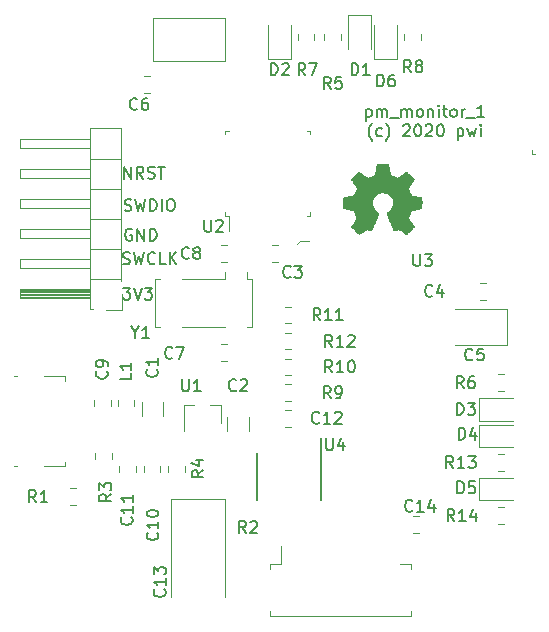
<source format=gbr>
%TF.GenerationSoftware,KiCad,Pcbnew,5.1.6-1.fc32*%
%TF.CreationDate,2020-08-22T09:30:13+02:00*%
%TF.ProjectId,pm_monitor_1,706d5f6d-6f6e-4697-946f-725f312e6b69,rev?*%
%TF.SameCoordinates,Original*%
%TF.FileFunction,Legend,Top*%
%TF.FilePolarity,Positive*%
%FSLAX46Y46*%
G04 Gerber Fmt 4.6, Leading zero omitted, Abs format (unit mm)*
G04 Created by KiCad (PCBNEW 5.1.6-1.fc32) date 2020-08-22 09:30:13*
%MOMM*%
%LPD*%
G01*
G04 APERTURE LIST*
%ADD10C,0.150000*%
%ADD11C,0.120000*%
%ADD12C,0.010000*%
%ADD13C,0.100000*%
G04 APERTURE END LIST*
D10*
X79823809Y-58560714D02*
X79823809Y-59560714D01*
X79823809Y-58608333D02*
X79919047Y-58560714D01*
X80109523Y-58560714D01*
X80204761Y-58608333D01*
X80252380Y-58655952D01*
X80300000Y-58751190D01*
X80300000Y-59036904D01*
X80252380Y-59132142D01*
X80204761Y-59179761D01*
X80109523Y-59227380D01*
X79919047Y-59227380D01*
X79823809Y-59179761D01*
X80728571Y-59227380D02*
X80728571Y-58560714D01*
X80728571Y-58655952D02*
X80776190Y-58608333D01*
X80871428Y-58560714D01*
X81014285Y-58560714D01*
X81109523Y-58608333D01*
X81157142Y-58703571D01*
X81157142Y-59227380D01*
X81157142Y-58703571D02*
X81204761Y-58608333D01*
X81300000Y-58560714D01*
X81442857Y-58560714D01*
X81538095Y-58608333D01*
X81585714Y-58703571D01*
X81585714Y-59227380D01*
X81823809Y-59322619D02*
X82585714Y-59322619D01*
X82823809Y-59227380D02*
X82823809Y-58560714D01*
X82823809Y-58655952D02*
X82871428Y-58608333D01*
X82966666Y-58560714D01*
X83109523Y-58560714D01*
X83204761Y-58608333D01*
X83252380Y-58703571D01*
X83252380Y-59227380D01*
X83252380Y-58703571D02*
X83300000Y-58608333D01*
X83395238Y-58560714D01*
X83538095Y-58560714D01*
X83633333Y-58608333D01*
X83680952Y-58703571D01*
X83680952Y-59227380D01*
X84300000Y-59227380D02*
X84204761Y-59179761D01*
X84157142Y-59132142D01*
X84109523Y-59036904D01*
X84109523Y-58751190D01*
X84157142Y-58655952D01*
X84204761Y-58608333D01*
X84300000Y-58560714D01*
X84442857Y-58560714D01*
X84538095Y-58608333D01*
X84585714Y-58655952D01*
X84633333Y-58751190D01*
X84633333Y-59036904D01*
X84585714Y-59132142D01*
X84538095Y-59179761D01*
X84442857Y-59227380D01*
X84300000Y-59227380D01*
X85061904Y-58560714D02*
X85061904Y-59227380D01*
X85061904Y-58655952D02*
X85109523Y-58608333D01*
X85204761Y-58560714D01*
X85347619Y-58560714D01*
X85442857Y-58608333D01*
X85490476Y-58703571D01*
X85490476Y-59227380D01*
X85966666Y-59227380D02*
X85966666Y-58560714D01*
X85966666Y-58227380D02*
X85919047Y-58275000D01*
X85966666Y-58322619D01*
X86014285Y-58275000D01*
X85966666Y-58227380D01*
X85966666Y-58322619D01*
X86300000Y-58560714D02*
X86680952Y-58560714D01*
X86442857Y-58227380D02*
X86442857Y-59084523D01*
X86490476Y-59179761D01*
X86585714Y-59227380D01*
X86680952Y-59227380D01*
X87157142Y-59227380D02*
X87061904Y-59179761D01*
X87014285Y-59132142D01*
X86966666Y-59036904D01*
X86966666Y-58751190D01*
X87014285Y-58655952D01*
X87061904Y-58608333D01*
X87157142Y-58560714D01*
X87300000Y-58560714D01*
X87395238Y-58608333D01*
X87442857Y-58655952D01*
X87490476Y-58751190D01*
X87490476Y-59036904D01*
X87442857Y-59132142D01*
X87395238Y-59179761D01*
X87300000Y-59227380D01*
X87157142Y-59227380D01*
X87919047Y-59227380D02*
X87919047Y-58560714D01*
X87919047Y-58751190D02*
X87966666Y-58655952D01*
X88014285Y-58608333D01*
X88109523Y-58560714D01*
X88204761Y-58560714D01*
X88300000Y-59322619D02*
X89061904Y-59322619D01*
X89823809Y-59227380D02*
X89252380Y-59227380D01*
X89538095Y-59227380D02*
X89538095Y-58227380D01*
X89442857Y-58370238D01*
X89347619Y-58465476D01*
X89252380Y-58513095D01*
X80347619Y-61258333D02*
X80300000Y-61210714D01*
X80204761Y-61067857D01*
X80157142Y-60972619D01*
X80109523Y-60829761D01*
X80061904Y-60591666D01*
X80061904Y-60401190D01*
X80109523Y-60163095D01*
X80157142Y-60020238D01*
X80204761Y-59925000D01*
X80300000Y-59782142D01*
X80347619Y-59734523D01*
X81157142Y-60829761D02*
X81061904Y-60877380D01*
X80871428Y-60877380D01*
X80776190Y-60829761D01*
X80728571Y-60782142D01*
X80680952Y-60686904D01*
X80680952Y-60401190D01*
X80728571Y-60305952D01*
X80776190Y-60258333D01*
X80871428Y-60210714D01*
X81061904Y-60210714D01*
X81157142Y-60258333D01*
X81490476Y-61258333D02*
X81538095Y-61210714D01*
X81633333Y-61067857D01*
X81680952Y-60972619D01*
X81728571Y-60829761D01*
X81776190Y-60591666D01*
X81776190Y-60401190D01*
X81728571Y-60163095D01*
X81680952Y-60020238D01*
X81633333Y-59925000D01*
X81538095Y-59782142D01*
X81490476Y-59734523D01*
X82966666Y-59972619D02*
X83014285Y-59925000D01*
X83109523Y-59877380D01*
X83347619Y-59877380D01*
X83442857Y-59925000D01*
X83490476Y-59972619D01*
X83538095Y-60067857D01*
X83538095Y-60163095D01*
X83490476Y-60305952D01*
X82919047Y-60877380D01*
X83538095Y-60877380D01*
X84157142Y-59877380D02*
X84252380Y-59877380D01*
X84347619Y-59925000D01*
X84395238Y-59972619D01*
X84442857Y-60067857D01*
X84490476Y-60258333D01*
X84490476Y-60496428D01*
X84442857Y-60686904D01*
X84395238Y-60782142D01*
X84347619Y-60829761D01*
X84252380Y-60877380D01*
X84157142Y-60877380D01*
X84061904Y-60829761D01*
X84014285Y-60782142D01*
X83966666Y-60686904D01*
X83919047Y-60496428D01*
X83919047Y-60258333D01*
X83966666Y-60067857D01*
X84014285Y-59972619D01*
X84061904Y-59925000D01*
X84157142Y-59877380D01*
X84871428Y-59972619D02*
X84919047Y-59925000D01*
X85014285Y-59877380D01*
X85252380Y-59877380D01*
X85347619Y-59925000D01*
X85395238Y-59972619D01*
X85442857Y-60067857D01*
X85442857Y-60163095D01*
X85395238Y-60305952D01*
X84823809Y-60877380D01*
X85442857Y-60877380D01*
X86061904Y-59877380D02*
X86157142Y-59877380D01*
X86252380Y-59925000D01*
X86300000Y-59972619D01*
X86347619Y-60067857D01*
X86395238Y-60258333D01*
X86395238Y-60496428D01*
X86347619Y-60686904D01*
X86300000Y-60782142D01*
X86252380Y-60829761D01*
X86157142Y-60877380D01*
X86061904Y-60877380D01*
X85966666Y-60829761D01*
X85919047Y-60782142D01*
X85871428Y-60686904D01*
X85823809Y-60496428D01*
X85823809Y-60258333D01*
X85871428Y-60067857D01*
X85919047Y-59972619D01*
X85966666Y-59925000D01*
X86061904Y-59877380D01*
X87585714Y-60210714D02*
X87585714Y-61210714D01*
X87585714Y-60258333D02*
X87680952Y-60210714D01*
X87871428Y-60210714D01*
X87966666Y-60258333D01*
X88014285Y-60305952D01*
X88061904Y-60401190D01*
X88061904Y-60686904D01*
X88014285Y-60782142D01*
X87966666Y-60829761D01*
X87871428Y-60877380D01*
X87680952Y-60877380D01*
X87585714Y-60829761D01*
X88395238Y-60210714D02*
X88585714Y-60877380D01*
X88776190Y-60401190D01*
X88966666Y-60877380D01*
X89157142Y-60210714D01*
X89538095Y-60877380D02*
X89538095Y-60210714D01*
X89538095Y-59877380D02*
X89490476Y-59925000D01*
X89538095Y-59972619D01*
X89585714Y-59925000D01*
X89538095Y-59877380D01*
X89538095Y-59972619D01*
X59357142Y-64452380D02*
X59357142Y-63452380D01*
X59928571Y-64452380D01*
X59928571Y-63452380D01*
X60976190Y-64452380D02*
X60642857Y-63976190D01*
X60404761Y-64452380D02*
X60404761Y-63452380D01*
X60785714Y-63452380D01*
X60880952Y-63500000D01*
X60928571Y-63547619D01*
X60976190Y-63642857D01*
X60976190Y-63785714D01*
X60928571Y-63880952D01*
X60880952Y-63928571D01*
X60785714Y-63976190D01*
X60404761Y-63976190D01*
X61357142Y-64404761D02*
X61500000Y-64452380D01*
X61738095Y-64452380D01*
X61833333Y-64404761D01*
X61880952Y-64357142D01*
X61928571Y-64261904D01*
X61928571Y-64166666D01*
X61880952Y-64071428D01*
X61833333Y-64023809D01*
X61738095Y-63976190D01*
X61547619Y-63928571D01*
X61452380Y-63880952D01*
X61404761Y-63833333D01*
X61357142Y-63738095D01*
X61357142Y-63642857D01*
X61404761Y-63547619D01*
X61452380Y-63500000D01*
X61547619Y-63452380D01*
X61785714Y-63452380D01*
X61928571Y-63500000D01*
X62214285Y-63452380D02*
X62785714Y-63452380D01*
X62500000Y-64452380D02*
X62500000Y-63452380D01*
X59380952Y-67154761D02*
X59523809Y-67202380D01*
X59761904Y-67202380D01*
X59857142Y-67154761D01*
X59904761Y-67107142D01*
X59952380Y-67011904D01*
X59952380Y-66916666D01*
X59904761Y-66821428D01*
X59857142Y-66773809D01*
X59761904Y-66726190D01*
X59571428Y-66678571D01*
X59476190Y-66630952D01*
X59428571Y-66583333D01*
X59380952Y-66488095D01*
X59380952Y-66392857D01*
X59428571Y-66297619D01*
X59476190Y-66250000D01*
X59571428Y-66202380D01*
X59809523Y-66202380D01*
X59952380Y-66250000D01*
X60285714Y-66202380D02*
X60523809Y-67202380D01*
X60714285Y-66488095D01*
X60904761Y-67202380D01*
X61142857Y-66202380D01*
X61523809Y-67202380D02*
X61523809Y-66202380D01*
X61761904Y-66202380D01*
X61904761Y-66250000D01*
X62000000Y-66345238D01*
X62047619Y-66440476D01*
X62095238Y-66630952D01*
X62095238Y-66773809D01*
X62047619Y-66964285D01*
X62000000Y-67059523D01*
X61904761Y-67154761D01*
X61761904Y-67202380D01*
X61523809Y-67202380D01*
X62523809Y-67202380D02*
X62523809Y-66202380D01*
X63190476Y-66202380D02*
X63380952Y-66202380D01*
X63476190Y-66250000D01*
X63571428Y-66345238D01*
X63619047Y-66535714D01*
X63619047Y-66869047D01*
X63571428Y-67059523D01*
X63476190Y-67154761D01*
X63380952Y-67202380D01*
X63190476Y-67202380D01*
X63095238Y-67154761D01*
X63000000Y-67059523D01*
X62952380Y-66869047D01*
X62952380Y-66535714D01*
X63000000Y-66345238D01*
X63095238Y-66250000D01*
X63190476Y-66202380D01*
X59988095Y-68750000D02*
X59892857Y-68702380D01*
X59750000Y-68702380D01*
X59607142Y-68750000D01*
X59511904Y-68845238D01*
X59464285Y-68940476D01*
X59416666Y-69130952D01*
X59416666Y-69273809D01*
X59464285Y-69464285D01*
X59511904Y-69559523D01*
X59607142Y-69654761D01*
X59750000Y-69702380D01*
X59845238Y-69702380D01*
X59988095Y-69654761D01*
X60035714Y-69607142D01*
X60035714Y-69273809D01*
X59845238Y-69273809D01*
X60464285Y-69702380D02*
X60464285Y-68702380D01*
X61035714Y-69702380D01*
X61035714Y-68702380D01*
X61511904Y-69702380D02*
X61511904Y-68702380D01*
X61750000Y-68702380D01*
X61892857Y-68750000D01*
X61988095Y-68845238D01*
X62035714Y-68940476D01*
X62083333Y-69130952D01*
X62083333Y-69273809D01*
X62035714Y-69464285D01*
X61988095Y-69559523D01*
X61892857Y-69654761D01*
X61750000Y-69702380D01*
X61511904Y-69702380D01*
X59238095Y-71654761D02*
X59380952Y-71702380D01*
X59619047Y-71702380D01*
X59714285Y-71654761D01*
X59761904Y-71607142D01*
X59809523Y-71511904D01*
X59809523Y-71416666D01*
X59761904Y-71321428D01*
X59714285Y-71273809D01*
X59619047Y-71226190D01*
X59428571Y-71178571D01*
X59333333Y-71130952D01*
X59285714Y-71083333D01*
X59238095Y-70988095D01*
X59238095Y-70892857D01*
X59285714Y-70797619D01*
X59333333Y-70750000D01*
X59428571Y-70702380D01*
X59666666Y-70702380D01*
X59809523Y-70750000D01*
X60142857Y-70702380D02*
X60380952Y-71702380D01*
X60571428Y-70988095D01*
X60761904Y-71702380D01*
X61000000Y-70702380D01*
X61952380Y-71607142D02*
X61904761Y-71654761D01*
X61761904Y-71702380D01*
X61666666Y-71702380D01*
X61523809Y-71654761D01*
X61428571Y-71559523D01*
X61380952Y-71464285D01*
X61333333Y-71273809D01*
X61333333Y-71130952D01*
X61380952Y-70940476D01*
X61428571Y-70845238D01*
X61523809Y-70750000D01*
X61666666Y-70702380D01*
X61761904Y-70702380D01*
X61904761Y-70750000D01*
X61952380Y-70797619D01*
X62857142Y-71702380D02*
X62380952Y-71702380D01*
X62380952Y-70702380D01*
X63190476Y-71702380D02*
X63190476Y-70702380D01*
X63761904Y-71702380D02*
X63333333Y-71130952D01*
X63761904Y-70702380D02*
X63190476Y-71273809D01*
X59261904Y-73702380D02*
X59880952Y-73702380D01*
X59547619Y-74083333D01*
X59690476Y-74083333D01*
X59785714Y-74130952D01*
X59833333Y-74178571D01*
X59880952Y-74273809D01*
X59880952Y-74511904D01*
X59833333Y-74607142D01*
X59785714Y-74654761D01*
X59690476Y-74702380D01*
X59404761Y-74702380D01*
X59309523Y-74654761D01*
X59261904Y-74607142D01*
X60166666Y-73702380D02*
X60500000Y-74702380D01*
X60833333Y-73702380D01*
X61071428Y-73702380D02*
X61690476Y-73702380D01*
X61357142Y-74083333D01*
X61500000Y-74083333D01*
X61595238Y-74130952D01*
X61642857Y-74178571D01*
X61690476Y-74273809D01*
X61690476Y-74511904D01*
X61642857Y-74607142D01*
X61595238Y-74654761D01*
X61500000Y-74702380D01*
X61214285Y-74702380D01*
X61119047Y-74654761D01*
X61071428Y-74607142D01*
D11*
X74250000Y-69750000D02*
X74000000Y-70000000D01*
X75000000Y-69750000D02*
X74250000Y-69750000D01*
X74250000Y-69750000D02*
X75000000Y-69750000D01*
D12*
%TO.C,REF\u002A\u002A*%
G36*
X81755814Y-63668931D02*
G01*
X81839635Y-64113555D01*
X82148920Y-64241053D01*
X82458206Y-64368551D01*
X82829246Y-64116246D01*
X82933157Y-64045996D01*
X83027087Y-63983272D01*
X83106652Y-63930938D01*
X83167470Y-63891857D01*
X83205157Y-63868893D01*
X83215421Y-63863942D01*
X83233910Y-63876676D01*
X83273420Y-63911882D01*
X83329522Y-63965062D01*
X83397787Y-64031718D01*
X83473786Y-64107354D01*
X83553092Y-64187472D01*
X83631275Y-64267574D01*
X83703907Y-64343164D01*
X83766559Y-64409745D01*
X83814803Y-64462818D01*
X83844210Y-64497887D01*
X83851241Y-64509623D01*
X83841123Y-64531260D01*
X83812759Y-64578662D01*
X83769129Y-64647193D01*
X83713218Y-64732215D01*
X83648006Y-64829093D01*
X83610219Y-64884350D01*
X83541343Y-64985248D01*
X83480140Y-65076299D01*
X83429578Y-65152970D01*
X83392628Y-65210728D01*
X83372258Y-65245043D01*
X83369197Y-65252254D01*
X83376136Y-65272748D01*
X83395051Y-65320513D01*
X83423087Y-65388832D01*
X83457391Y-65470989D01*
X83495109Y-65560270D01*
X83533387Y-65649958D01*
X83569370Y-65733338D01*
X83600206Y-65803694D01*
X83623039Y-65854310D01*
X83635017Y-65878471D01*
X83635724Y-65879422D01*
X83654531Y-65884036D01*
X83704618Y-65894328D01*
X83780793Y-65909287D01*
X83877865Y-65927901D01*
X83990643Y-65949159D01*
X84056442Y-65961418D01*
X84176950Y-65984362D01*
X84285797Y-66006195D01*
X84377476Y-66025722D01*
X84446481Y-66041748D01*
X84487304Y-66053079D01*
X84495511Y-66056674D01*
X84503548Y-66081006D01*
X84510033Y-66135959D01*
X84514970Y-66215108D01*
X84518364Y-66312026D01*
X84520218Y-66420287D01*
X84520538Y-66533465D01*
X84519327Y-66645135D01*
X84516590Y-66748868D01*
X84512331Y-66838241D01*
X84506555Y-66906826D01*
X84499267Y-66948197D01*
X84494895Y-66956810D01*
X84468764Y-66967133D01*
X84413393Y-66981892D01*
X84336107Y-66999352D01*
X84244230Y-67017780D01*
X84212158Y-67023741D01*
X84057524Y-67052066D01*
X83935375Y-67074876D01*
X83841673Y-67093080D01*
X83772384Y-67107583D01*
X83723471Y-67119292D01*
X83690897Y-67129115D01*
X83670628Y-67137956D01*
X83658626Y-67146724D01*
X83656947Y-67148457D01*
X83640184Y-67176371D01*
X83614614Y-67230695D01*
X83582788Y-67304777D01*
X83547260Y-67391965D01*
X83510583Y-67485608D01*
X83475311Y-67579052D01*
X83443996Y-67665647D01*
X83419193Y-67738740D01*
X83403454Y-67791678D01*
X83399332Y-67817811D01*
X83399676Y-67818726D01*
X83413641Y-67840086D01*
X83445322Y-67887084D01*
X83491391Y-67954827D01*
X83548518Y-68038423D01*
X83613373Y-68132982D01*
X83631843Y-68159854D01*
X83697699Y-68257275D01*
X83755650Y-68346163D01*
X83802538Y-68421412D01*
X83835207Y-68477920D01*
X83850500Y-68510581D01*
X83851241Y-68514593D01*
X83838392Y-68535684D01*
X83802888Y-68577464D01*
X83749293Y-68635445D01*
X83682171Y-68705135D01*
X83606087Y-68782045D01*
X83525604Y-68861683D01*
X83445287Y-68939561D01*
X83369699Y-69011186D01*
X83303405Y-69072070D01*
X83250969Y-69117721D01*
X83216955Y-69143650D01*
X83207545Y-69147883D01*
X83185643Y-69137912D01*
X83140800Y-69111020D01*
X83080321Y-69071736D01*
X83033789Y-69040117D01*
X82949475Y-68982098D01*
X82849626Y-68913784D01*
X82749473Y-68845579D01*
X82695627Y-68809075D01*
X82513371Y-68685800D01*
X82360381Y-68768520D01*
X82290682Y-68804759D01*
X82231414Y-68832926D01*
X82191311Y-68848991D01*
X82181103Y-68851226D01*
X82168829Y-68834722D01*
X82144613Y-68788082D01*
X82110263Y-68715609D01*
X82067588Y-68621606D01*
X82018394Y-68510374D01*
X81964490Y-68386215D01*
X81907684Y-68253432D01*
X81849782Y-68116327D01*
X81792593Y-67979202D01*
X81737924Y-67846358D01*
X81687584Y-67722098D01*
X81643380Y-67610725D01*
X81607119Y-67516539D01*
X81580609Y-67443844D01*
X81565658Y-67396941D01*
X81563254Y-67380833D01*
X81582311Y-67360286D01*
X81624036Y-67326933D01*
X81679706Y-67287702D01*
X81684378Y-67284599D01*
X81828264Y-67169423D01*
X81944283Y-67035053D01*
X82031430Y-66885784D01*
X82088699Y-66725913D01*
X82115086Y-66559737D01*
X82109585Y-66391552D01*
X82071190Y-66225655D01*
X81998895Y-66066342D01*
X81977626Y-66031487D01*
X81866996Y-65890737D01*
X81736302Y-65777714D01*
X81590064Y-65693003D01*
X81432808Y-65637194D01*
X81269057Y-65610874D01*
X81103333Y-65614630D01*
X80940162Y-65649050D01*
X80784065Y-65714723D01*
X80639567Y-65812235D01*
X80594869Y-65851813D01*
X80481112Y-65975703D01*
X80398218Y-66106124D01*
X80341356Y-66252315D01*
X80309687Y-66397088D01*
X80301869Y-66559860D01*
X80327938Y-66723440D01*
X80385245Y-66882298D01*
X80471144Y-67030906D01*
X80582986Y-67163735D01*
X80718123Y-67275256D01*
X80735883Y-67287011D01*
X80792150Y-67325508D01*
X80834923Y-67358863D01*
X80855372Y-67380160D01*
X80855669Y-67380833D01*
X80851279Y-67403871D01*
X80833876Y-67456157D01*
X80805268Y-67533390D01*
X80767265Y-67631268D01*
X80721674Y-67745491D01*
X80670303Y-67871758D01*
X80614962Y-68005767D01*
X80557458Y-68143218D01*
X80499601Y-68279808D01*
X80443198Y-68411237D01*
X80390058Y-68533205D01*
X80341990Y-68641409D01*
X80300801Y-68731549D01*
X80268301Y-68799323D01*
X80246297Y-68840430D01*
X80237436Y-68851226D01*
X80210360Y-68842819D01*
X80159697Y-68820272D01*
X80094183Y-68787613D01*
X80058159Y-68768520D01*
X79905168Y-68685800D01*
X79722912Y-68809075D01*
X79629875Y-68872228D01*
X79528015Y-68941727D01*
X79432562Y-69007165D01*
X79384750Y-69040117D01*
X79317505Y-69085273D01*
X79260564Y-69121057D01*
X79221354Y-69142938D01*
X79208619Y-69147563D01*
X79190083Y-69135085D01*
X79149059Y-69100252D01*
X79089525Y-69046678D01*
X79015458Y-68977983D01*
X78930835Y-68897781D01*
X78877315Y-68846286D01*
X78783681Y-68754286D01*
X78702759Y-68671999D01*
X78637823Y-68602945D01*
X78592142Y-68550644D01*
X78568989Y-68518616D01*
X78566768Y-68512116D01*
X78577076Y-68487394D01*
X78605561Y-68437405D01*
X78649063Y-68367212D01*
X78704423Y-68281875D01*
X78768480Y-68186456D01*
X78786697Y-68159854D01*
X78853073Y-68063167D01*
X78912622Y-67976117D01*
X78962016Y-67903595D01*
X78997925Y-67850493D01*
X79017019Y-67821703D01*
X79018864Y-67818726D01*
X79016105Y-67795782D01*
X79001462Y-67745336D01*
X78977487Y-67674041D01*
X78946734Y-67588547D01*
X78911756Y-67495507D01*
X78875107Y-67401574D01*
X78839339Y-67313399D01*
X78807006Y-67237634D01*
X78780662Y-67180931D01*
X78762858Y-67149943D01*
X78761593Y-67148457D01*
X78750706Y-67139601D01*
X78732318Y-67130843D01*
X78702394Y-67121277D01*
X78656897Y-67109996D01*
X78591791Y-67096093D01*
X78503039Y-67078663D01*
X78386607Y-67056798D01*
X78238458Y-67029591D01*
X78206382Y-67023741D01*
X78111314Y-67005374D01*
X78028435Y-66987405D01*
X77965070Y-66971569D01*
X77928542Y-66959600D01*
X77923644Y-66956810D01*
X77915573Y-66932072D01*
X77909013Y-66876790D01*
X77903967Y-66797389D01*
X77900441Y-66700296D01*
X77898439Y-66591938D01*
X77897964Y-66478740D01*
X77899023Y-66367128D01*
X77901618Y-66263529D01*
X77905754Y-66174368D01*
X77911437Y-66106072D01*
X77918669Y-66065066D01*
X77923029Y-66056674D01*
X77947302Y-66048208D01*
X78002574Y-66034435D01*
X78083338Y-66016550D01*
X78184088Y-65995748D01*
X78299317Y-65973223D01*
X78362098Y-65961418D01*
X78481213Y-65939151D01*
X78587435Y-65918979D01*
X78675573Y-65901915D01*
X78740434Y-65888969D01*
X78776826Y-65881155D01*
X78782816Y-65879422D01*
X78792939Y-65859890D01*
X78814338Y-65812843D01*
X78844161Y-65745003D01*
X78879555Y-65663091D01*
X78917668Y-65573828D01*
X78955647Y-65483935D01*
X78990640Y-65400135D01*
X79019794Y-65329147D01*
X79040257Y-65277694D01*
X79049177Y-65252497D01*
X79049343Y-65251396D01*
X79039231Y-65231519D01*
X79010883Y-65185777D01*
X78967277Y-65118717D01*
X78911394Y-65034884D01*
X78846213Y-64938826D01*
X78808321Y-64883650D01*
X78739275Y-64782481D01*
X78677950Y-64690630D01*
X78627337Y-64612744D01*
X78590429Y-64553469D01*
X78570218Y-64517451D01*
X78567299Y-64509377D01*
X78579847Y-64490584D01*
X78614537Y-64450457D01*
X78666937Y-64393493D01*
X78732616Y-64324185D01*
X78807144Y-64247031D01*
X78886087Y-64166525D01*
X78965017Y-64087163D01*
X79039500Y-64013440D01*
X79105106Y-63949852D01*
X79157404Y-63900894D01*
X79191961Y-63871061D01*
X79203522Y-63863942D01*
X79222346Y-63873953D01*
X79267369Y-63902078D01*
X79334213Y-63945454D01*
X79418501Y-64001218D01*
X79515856Y-64066506D01*
X79589293Y-64116246D01*
X79960333Y-64368551D01*
X80578905Y-64113555D01*
X80662725Y-63668931D01*
X80746546Y-63224307D01*
X81671994Y-63224307D01*
X81755814Y-63668931D01*
G37*
X81755814Y-63668931D02*
X81839635Y-64113555D01*
X82148920Y-64241053D01*
X82458206Y-64368551D01*
X82829246Y-64116246D01*
X82933157Y-64045996D01*
X83027087Y-63983272D01*
X83106652Y-63930938D01*
X83167470Y-63891857D01*
X83205157Y-63868893D01*
X83215421Y-63863942D01*
X83233910Y-63876676D01*
X83273420Y-63911882D01*
X83329522Y-63965062D01*
X83397787Y-64031718D01*
X83473786Y-64107354D01*
X83553092Y-64187472D01*
X83631275Y-64267574D01*
X83703907Y-64343164D01*
X83766559Y-64409745D01*
X83814803Y-64462818D01*
X83844210Y-64497887D01*
X83851241Y-64509623D01*
X83841123Y-64531260D01*
X83812759Y-64578662D01*
X83769129Y-64647193D01*
X83713218Y-64732215D01*
X83648006Y-64829093D01*
X83610219Y-64884350D01*
X83541343Y-64985248D01*
X83480140Y-65076299D01*
X83429578Y-65152970D01*
X83392628Y-65210728D01*
X83372258Y-65245043D01*
X83369197Y-65252254D01*
X83376136Y-65272748D01*
X83395051Y-65320513D01*
X83423087Y-65388832D01*
X83457391Y-65470989D01*
X83495109Y-65560270D01*
X83533387Y-65649958D01*
X83569370Y-65733338D01*
X83600206Y-65803694D01*
X83623039Y-65854310D01*
X83635017Y-65878471D01*
X83635724Y-65879422D01*
X83654531Y-65884036D01*
X83704618Y-65894328D01*
X83780793Y-65909287D01*
X83877865Y-65927901D01*
X83990643Y-65949159D01*
X84056442Y-65961418D01*
X84176950Y-65984362D01*
X84285797Y-66006195D01*
X84377476Y-66025722D01*
X84446481Y-66041748D01*
X84487304Y-66053079D01*
X84495511Y-66056674D01*
X84503548Y-66081006D01*
X84510033Y-66135959D01*
X84514970Y-66215108D01*
X84518364Y-66312026D01*
X84520218Y-66420287D01*
X84520538Y-66533465D01*
X84519327Y-66645135D01*
X84516590Y-66748868D01*
X84512331Y-66838241D01*
X84506555Y-66906826D01*
X84499267Y-66948197D01*
X84494895Y-66956810D01*
X84468764Y-66967133D01*
X84413393Y-66981892D01*
X84336107Y-66999352D01*
X84244230Y-67017780D01*
X84212158Y-67023741D01*
X84057524Y-67052066D01*
X83935375Y-67074876D01*
X83841673Y-67093080D01*
X83772384Y-67107583D01*
X83723471Y-67119292D01*
X83690897Y-67129115D01*
X83670628Y-67137956D01*
X83658626Y-67146724D01*
X83656947Y-67148457D01*
X83640184Y-67176371D01*
X83614614Y-67230695D01*
X83582788Y-67304777D01*
X83547260Y-67391965D01*
X83510583Y-67485608D01*
X83475311Y-67579052D01*
X83443996Y-67665647D01*
X83419193Y-67738740D01*
X83403454Y-67791678D01*
X83399332Y-67817811D01*
X83399676Y-67818726D01*
X83413641Y-67840086D01*
X83445322Y-67887084D01*
X83491391Y-67954827D01*
X83548518Y-68038423D01*
X83613373Y-68132982D01*
X83631843Y-68159854D01*
X83697699Y-68257275D01*
X83755650Y-68346163D01*
X83802538Y-68421412D01*
X83835207Y-68477920D01*
X83850500Y-68510581D01*
X83851241Y-68514593D01*
X83838392Y-68535684D01*
X83802888Y-68577464D01*
X83749293Y-68635445D01*
X83682171Y-68705135D01*
X83606087Y-68782045D01*
X83525604Y-68861683D01*
X83445287Y-68939561D01*
X83369699Y-69011186D01*
X83303405Y-69072070D01*
X83250969Y-69117721D01*
X83216955Y-69143650D01*
X83207545Y-69147883D01*
X83185643Y-69137912D01*
X83140800Y-69111020D01*
X83080321Y-69071736D01*
X83033789Y-69040117D01*
X82949475Y-68982098D01*
X82849626Y-68913784D01*
X82749473Y-68845579D01*
X82695627Y-68809075D01*
X82513371Y-68685800D01*
X82360381Y-68768520D01*
X82290682Y-68804759D01*
X82231414Y-68832926D01*
X82191311Y-68848991D01*
X82181103Y-68851226D01*
X82168829Y-68834722D01*
X82144613Y-68788082D01*
X82110263Y-68715609D01*
X82067588Y-68621606D01*
X82018394Y-68510374D01*
X81964490Y-68386215D01*
X81907684Y-68253432D01*
X81849782Y-68116327D01*
X81792593Y-67979202D01*
X81737924Y-67846358D01*
X81687584Y-67722098D01*
X81643380Y-67610725D01*
X81607119Y-67516539D01*
X81580609Y-67443844D01*
X81565658Y-67396941D01*
X81563254Y-67380833D01*
X81582311Y-67360286D01*
X81624036Y-67326933D01*
X81679706Y-67287702D01*
X81684378Y-67284599D01*
X81828264Y-67169423D01*
X81944283Y-67035053D01*
X82031430Y-66885784D01*
X82088699Y-66725913D01*
X82115086Y-66559737D01*
X82109585Y-66391552D01*
X82071190Y-66225655D01*
X81998895Y-66066342D01*
X81977626Y-66031487D01*
X81866996Y-65890737D01*
X81736302Y-65777714D01*
X81590064Y-65693003D01*
X81432808Y-65637194D01*
X81269057Y-65610874D01*
X81103333Y-65614630D01*
X80940162Y-65649050D01*
X80784065Y-65714723D01*
X80639567Y-65812235D01*
X80594869Y-65851813D01*
X80481112Y-65975703D01*
X80398218Y-66106124D01*
X80341356Y-66252315D01*
X80309687Y-66397088D01*
X80301869Y-66559860D01*
X80327938Y-66723440D01*
X80385245Y-66882298D01*
X80471144Y-67030906D01*
X80582986Y-67163735D01*
X80718123Y-67275256D01*
X80735883Y-67287011D01*
X80792150Y-67325508D01*
X80834923Y-67358863D01*
X80855372Y-67380160D01*
X80855669Y-67380833D01*
X80851279Y-67403871D01*
X80833876Y-67456157D01*
X80805268Y-67533390D01*
X80767265Y-67631268D01*
X80721674Y-67745491D01*
X80670303Y-67871758D01*
X80614962Y-68005767D01*
X80557458Y-68143218D01*
X80499601Y-68279808D01*
X80443198Y-68411237D01*
X80390058Y-68533205D01*
X80341990Y-68641409D01*
X80300801Y-68731549D01*
X80268301Y-68799323D01*
X80246297Y-68840430D01*
X80237436Y-68851226D01*
X80210360Y-68842819D01*
X80159697Y-68820272D01*
X80094183Y-68787613D01*
X80058159Y-68768520D01*
X79905168Y-68685800D01*
X79722912Y-68809075D01*
X79629875Y-68872228D01*
X79528015Y-68941727D01*
X79432562Y-69007165D01*
X79384750Y-69040117D01*
X79317505Y-69085273D01*
X79260564Y-69121057D01*
X79221354Y-69142938D01*
X79208619Y-69147563D01*
X79190083Y-69135085D01*
X79149059Y-69100252D01*
X79089525Y-69046678D01*
X79015458Y-68977983D01*
X78930835Y-68897781D01*
X78877315Y-68846286D01*
X78783681Y-68754286D01*
X78702759Y-68671999D01*
X78637823Y-68602945D01*
X78592142Y-68550644D01*
X78568989Y-68518616D01*
X78566768Y-68512116D01*
X78577076Y-68487394D01*
X78605561Y-68437405D01*
X78649063Y-68367212D01*
X78704423Y-68281875D01*
X78768480Y-68186456D01*
X78786697Y-68159854D01*
X78853073Y-68063167D01*
X78912622Y-67976117D01*
X78962016Y-67903595D01*
X78997925Y-67850493D01*
X79017019Y-67821703D01*
X79018864Y-67818726D01*
X79016105Y-67795782D01*
X79001462Y-67745336D01*
X78977487Y-67674041D01*
X78946734Y-67588547D01*
X78911756Y-67495507D01*
X78875107Y-67401574D01*
X78839339Y-67313399D01*
X78807006Y-67237634D01*
X78780662Y-67180931D01*
X78762858Y-67149943D01*
X78761593Y-67148457D01*
X78750706Y-67139601D01*
X78732318Y-67130843D01*
X78702394Y-67121277D01*
X78656897Y-67109996D01*
X78591791Y-67096093D01*
X78503039Y-67078663D01*
X78386607Y-67056798D01*
X78238458Y-67029591D01*
X78206382Y-67023741D01*
X78111314Y-67005374D01*
X78028435Y-66987405D01*
X77965070Y-66971569D01*
X77928542Y-66959600D01*
X77923644Y-66956810D01*
X77915573Y-66932072D01*
X77909013Y-66876790D01*
X77903967Y-66797389D01*
X77900441Y-66700296D01*
X77898439Y-66591938D01*
X77897964Y-66478740D01*
X77899023Y-66367128D01*
X77901618Y-66263529D01*
X77905754Y-66174368D01*
X77911437Y-66106072D01*
X77918669Y-66065066D01*
X77923029Y-66056674D01*
X77947302Y-66048208D01*
X78002574Y-66034435D01*
X78083338Y-66016550D01*
X78184088Y-65995748D01*
X78299317Y-65973223D01*
X78362098Y-65961418D01*
X78481213Y-65939151D01*
X78587435Y-65918979D01*
X78675573Y-65901915D01*
X78740434Y-65888969D01*
X78776826Y-65881155D01*
X78782816Y-65879422D01*
X78792939Y-65859890D01*
X78814338Y-65812843D01*
X78844161Y-65745003D01*
X78879555Y-65663091D01*
X78917668Y-65573828D01*
X78955647Y-65483935D01*
X78990640Y-65400135D01*
X79019794Y-65329147D01*
X79040257Y-65277694D01*
X79049177Y-65252497D01*
X79049343Y-65251396D01*
X79039231Y-65231519D01*
X79010883Y-65185777D01*
X78967277Y-65118717D01*
X78911394Y-65034884D01*
X78846213Y-64938826D01*
X78808321Y-64883650D01*
X78739275Y-64782481D01*
X78677950Y-64690630D01*
X78627337Y-64612744D01*
X78590429Y-64553469D01*
X78570218Y-64517451D01*
X78567299Y-64509377D01*
X78579847Y-64490584D01*
X78614537Y-64450457D01*
X78666937Y-64393493D01*
X78732616Y-64324185D01*
X78807144Y-64247031D01*
X78886087Y-64166525D01*
X78965017Y-64087163D01*
X79039500Y-64013440D01*
X79105106Y-63949852D01*
X79157404Y-63900894D01*
X79191961Y-63871061D01*
X79203522Y-63863942D01*
X79222346Y-63873953D01*
X79267369Y-63902078D01*
X79334213Y-63945454D01*
X79418501Y-64001218D01*
X79515856Y-64066506D01*
X79589293Y-64116246D01*
X79960333Y-64368551D01*
X80578905Y-64113555D01*
X80662725Y-63668931D01*
X80746546Y-63224307D01*
X81671994Y-63224307D01*
X81755814Y-63668931D01*
D11*
%TO.C,R8*%
X83040000Y-52736252D02*
X83040000Y-52213748D01*
X84460000Y-52736252D02*
X84460000Y-52213748D01*
%TO.C,D6*%
X80540000Y-51475000D02*
X80540000Y-54335000D01*
X80540000Y-54335000D02*
X82460000Y-54335000D01*
X82460000Y-54335000D02*
X82460000Y-51475000D01*
%TO.C,C14*%
X84286252Y-93040000D02*
X83763748Y-93040000D01*
X84286252Y-94460000D02*
X83763748Y-94460000D01*
%TO.C,C13*%
X67860000Y-99850000D02*
X67860000Y-91615000D01*
X67860000Y-91615000D02*
X63340000Y-91615000D01*
X63340000Y-91615000D02*
X63340000Y-99850000D01*
D10*
%TO.C,U4*%
X76027500Y-86425000D02*
X76027500Y-91700000D01*
X70627500Y-87700000D02*
X70627500Y-91700000D01*
D11*
%TO.C,R14*%
X90963748Y-93710000D02*
X91486252Y-93710000D01*
X90963748Y-92290000D02*
X91486252Y-92290000D01*
%TO.C,R13*%
X90963748Y-89210000D02*
X91486252Y-89210000D01*
X90963748Y-87790000D02*
X91486252Y-87790000D01*
%TO.C,R12*%
X72963748Y-78910000D02*
X73486252Y-78910000D01*
X72963748Y-77490000D02*
X73486252Y-77490000D01*
%TO.C,R11*%
X72963748Y-76710000D02*
X73486252Y-76710000D01*
X72963748Y-75290000D02*
X73486252Y-75290000D01*
%TO.C,R10*%
X72963748Y-81110000D02*
X73486252Y-81110000D01*
X72963748Y-79690000D02*
X73486252Y-79690000D01*
%TO.C,R9*%
X72963748Y-83310000D02*
X73486252Y-83310000D01*
X72963748Y-81890000D02*
X73486252Y-81890000D01*
%TO.C,D5*%
X89365000Y-91710000D02*
X92225000Y-91710000D01*
X89365000Y-89790000D02*
X89365000Y-91710000D01*
X92225000Y-89790000D02*
X89365000Y-89790000D01*
%TO.C,D4*%
X89365000Y-87210000D02*
X92225000Y-87210000D01*
X89365000Y-85290000D02*
X89365000Y-87210000D01*
X92225000Y-85290000D02*
X89365000Y-85290000D01*
%TO.C,C12*%
X73486252Y-84040000D02*
X72963748Y-84040000D01*
X73486252Y-85460000D02*
X72963748Y-85460000D01*
%TO.C,C11*%
X58890000Y-88763748D02*
X58890000Y-89286252D01*
X60310000Y-88763748D02*
X60310000Y-89286252D01*
%TO.C,C10*%
X60990000Y-88763748D02*
X60990000Y-89286252D01*
X62410000Y-88763748D02*
X62410000Y-89286252D01*
%TO.C,C9*%
X58210000Y-83736252D02*
X58210000Y-83213748D01*
X56790000Y-83736252D02*
X56790000Y-83213748D01*
%TO.C,C8*%
X68036252Y-70090000D02*
X67513748Y-70090000D01*
X68036252Y-71510000D02*
X67513748Y-71510000D01*
%TO.C,C7*%
X68036252Y-78490000D02*
X67513748Y-78490000D01*
X68036252Y-79910000D02*
X67513748Y-79910000D01*
%TO.C,C5*%
X91760000Y-75490000D02*
X87375000Y-75490000D01*
X91760000Y-78510000D02*
X91760000Y-75490000D01*
X87375000Y-78510000D02*
X91760000Y-78510000D01*
%TO.C,C4*%
X89986252Y-73290000D02*
X89463748Y-73290000D01*
X89986252Y-74710000D02*
X89463748Y-74710000D01*
%TO.C,Y1*%
X67850000Y-77010000D02*
X64250000Y-77010000D01*
X67850000Y-72990000D02*
X64250000Y-72990000D01*
X70150000Y-77010000D02*
X70150000Y-72990000D01*
X70150000Y-72990000D02*
X69750000Y-72990000D01*
X61950000Y-77010000D02*
X61950000Y-72990000D01*
X69750000Y-72400000D02*
X69750000Y-72990000D01*
X67850000Y-72990000D02*
X67850000Y-72400000D01*
X70150000Y-77010000D02*
X69750000Y-77010000D01*
X61950000Y-77010000D02*
X62350000Y-77010000D01*
X61950000Y-72990000D02*
X62350000Y-72990000D01*
%TO.C,SW1*%
X61780000Y-50890000D02*
X67900000Y-50890000D01*
X67900000Y-50890000D02*
X67900000Y-54510000D01*
X67900000Y-54510000D02*
X61780000Y-54510000D01*
X61780000Y-54510000D02*
X61780000Y-50890000D01*
%TO.C,R7*%
X74040000Y-52736252D02*
X74040000Y-52213748D01*
X75460000Y-52736252D02*
X75460000Y-52213748D01*
%TO.C,J2*%
X71690000Y-97540000D02*
X71690000Y-97090000D01*
X71690000Y-97090000D02*
X72640000Y-97090000D01*
X72640000Y-97090000D02*
X72640000Y-95600000D01*
X83660000Y-97540000D02*
X83660000Y-97090000D01*
X83660000Y-97090000D02*
X82710000Y-97090000D01*
X71690000Y-101060000D02*
X71690000Y-101510000D01*
X71690000Y-101510000D02*
X83660000Y-101510000D01*
X83660000Y-101510000D02*
X83660000Y-101060000D01*
%TO.C,J1*%
X54310000Y-88810000D02*
X54310000Y-88430000D01*
X50260000Y-88810000D02*
X50000000Y-88810000D01*
X54310000Y-88810000D02*
X52540000Y-88810000D01*
X54310000Y-81190000D02*
X54310000Y-81570000D01*
X52540000Y-81190000D02*
X54310000Y-81190000D01*
X50000000Y-81190000D02*
X50260000Y-81190000D01*
%TO.C,C6*%
X61013748Y-55790000D02*
X61536252Y-55790000D01*
X61013748Y-57210000D02*
X61536252Y-57210000D01*
%TO.C,C1*%
X60840000Y-83335436D02*
X60840000Y-84539564D01*
X62660000Y-83335436D02*
X62660000Y-84539564D01*
%TO.C,C2*%
X69910000Y-84635436D02*
X69910000Y-85839564D01*
X68090000Y-84635436D02*
X68090000Y-85839564D01*
%TO.C,C3*%
X71863748Y-70090000D02*
X72386252Y-70090000D01*
X71863748Y-71510000D02*
X72386252Y-71510000D01*
%TO.C,D1*%
X80210000Y-53475000D02*
X80210000Y-50615000D01*
X80210000Y-50615000D02*
X78290000Y-50615000D01*
X78290000Y-50615000D02*
X78290000Y-53475000D01*
%TO.C,D2*%
X71540000Y-51475000D02*
X71540000Y-54335000D01*
X71540000Y-54335000D02*
X73460000Y-54335000D01*
X73460000Y-54335000D02*
X73460000Y-51475000D01*
%TO.C,D3*%
X89365000Y-84960000D02*
X92225000Y-84960000D01*
X89365000Y-83040000D02*
X89365000Y-84960000D01*
X92225000Y-83040000D02*
X89365000Y-83040000D01*
%TO.C,J3*%
X56490000Y-61120000D02*
X50490000Y-61120000D01*
X56490000Y-61880000D02*
X50490000Y-61880000D01*
X50490000Y-61880000D02*
X50490000Y-61120000D01*
X59110000Y-60190000D02*
X56490000Y-60190000D01*
X56490000Y-62770000D02*
X56490000Y-60190000D01*
X59110000Y-62770000D02*
X59110000Y-60190000D01*
X56490000Y-63660000D02*
X50490000Y-63660000D01*
X56490000Y-64420000D02*
X50490000Y-64420000D01*
X50490000Y-64420000D02*
X50490000Y-63660000D01*
X59110000Y-62770000D02*
X56490000Y-62770000D01*
X56490000Y-65310000D02*
X56490000Y-62770000D01*
X59110000Y-65310000D02*
X59110000Y-62770000D01*
X56490000Y-66200000D02*
X50490000Y-66200000D01*
X56490000Y-66960000D02*
X50490000Y-66960000D01*
X50490000Y-66960000D02*
X50490000Y-66200000D01*
X59110000Y-65310000D02*
X56490000Y-65310000D01*
X56490000Y-67850000D02*
X56490000Y-65310000D01*
X59110000Y-67850000D02*
X59110000Y-65310000D01*
X56490000Y-68740000D02*
X50490000Y-68740000D01*
X56490000Y-69500000D02*
X50490000Y-69500000D01*
X50490000Y-69500000D02*
X50490000Y-68740000D01*
X59110000Y-67850000D02*
X56490000Y-67850000D01*
X56490000Y-70390000D02*
X56490000Y-67850000D01*
X59110000Y-70390000D02*
X59110000Y-67850000D01*
X56490000Y-71280000D02*
X50490000Y-71280000D01*
X56490000Y-72040000D02*
X50490000Y-72040000D01*
X50490000Y-72040000D02*
X50490000Y-71280000D01*
X59110000Y-70390000D02*
X56490000Y-70390000D01*
X56490000Y-72930000D02*
X56490000Y-70390000D01*
X59110000Y-72930000D02*
X59110000Y-70390000D01*
X56490000Y-73860000D02*
X50490000Y-73860000D01*
X56490000Y-73980000D02*
X50490000Y-73980000D01*
X56490000Y-74100000D02*
X50490000Y-74100000D01*
X56490000Y-74220000D02*
X50490000Y-74220000D01*
X56490000Y-74340000D02*
X50490000Y-74340000D01*
X56490000Y-74460000D02*
X50490000Y-74460000D01*
X56490000Y-73820000D02*
X50490000Y-73820000D01*
X56490000Y-74580000D02*
X50490000Y-74580000D01*
X50490000Y-74580000D02*
X50490000Y-73820000D01*
X59110000Y-72930000D02*
X56490000Y-72930000D01*
X59170000Y-75570000D02*
X57800000Y-75570000D01*
X56690000Y-75510000D02*
X56490000Y-75510000D01*
X56490000Y-75510000D02*
X56490000Y-72930000D01*
X59170000Y-75570000D02*
X59170000Y-74200000D01*
X59110000Y-72930000D02*
X59110000Y-73130000D01*
%TO.C,L1*%
X58790000Y-83736252D02*
X58790000Y-83213748D01*
X60210000Y-83736252D02*
X60210000Y-83213748D01*
%TO.C,R1*%
X54763748Y-92110000D02*
X55286252Y-92110000D01*
X54763748Y-90690000D02*
X55286252Y-90690000D01*
%TO.C,R3*%
X58310000Y-88236252D02*
X58310000Y-87713748D01*
X56890000Y-88236252D02*
X56890000Y-87713748D01*
%TO.C,R4*%
X63090000Y-89286252D02*
X63090000Y-88763748D01*
X64510000Y-89286252D02*
X64510000Y-88763748D01*
%TO.C,R5*%
X76290000Y-52213748D02*
X76290000Y-52736252D01*
X77710000Y-52213748D02*
X77710000Y-52736252D01*
%TO.C,R6*%
X90963748Y-82460000D02*
X91486252Y-82460000D01*
X90963748Y-81040000D02*
X91486252Y-81040000D01*
%TO.C,U1*%
X67530000Y-83665000D02*
X66600000Y-83665000D01*
X64370000Y-83665000D02*
X65300000Y-83665000D01*
X64370000Y-83665000D02*
X64370000Y-85825000D01*
X67530000Y-83665000D02*
X67530000Y-85125000D01*
%TO.C,U2*%
X75110000Y-60690000D02*
X75110000Y-60390000D01*
X75110000Y-60390000D02*
X74810000Y-60390000D01*
X75110000Y-67310000D02*
X75110000Y-67610000D01*
X75110000Y-67610000D02*
X74810000Y-67610000D01*
X67890000Y-60690000D02*
X67890000Y-60390000D01*
X67890000Y-60390000D02*
X68190000Y-60390000D01*
X67890000Y-67310000D02*
X67890000Y-67610000D01*
X67890000Y-67610000D02*
X68190000Y-67610000D01*
X68190000Y-67610000D02*
X68190000Y-68925000D01*
D13*
%TO.C,U3*%
X93850000Y-62000000D02*
X93850000Y-62400000D01*
X93850000Y-62400000D02*
X94150000Y-62400000D01*
%TO.C,R8*%
D10*
X83633333Y-55452380D02*
X83300000Y-54976190D01*
X83061904Y-55452380D02*
X83061904Y-54452380D01*
X83442857Y-54452380D01*
X83538095Y-54500000D01*
X83585714Y-54547619D01*
X83633333Y-54642857D01*
X83633333Y-54785714D01*
X83585714Y-54880952D01*
X83538095Y-54928571D01*
X83442857Y-54976190D01*
X83061904Y-54976190D01*
X84204761Y-54880952D02*
X84109523Y-54833333D01*
X84061904Y-54785714D01*
X84014285Y-54690476D01*
X84014285Y-54642857D01*
X84061904Y-54547619D01*
X84109523Y-54500000D01*
X84204761Y-54452380D01*
X84395238Y-54452380D01*
X84490476Y-54500000D01*
X84538095Y-54547619D01*
X84585714Y-54642857D01*
X84585714Y-54690476D01*
X84538095Y-54785714D01*
X84490476Y-54833333D01*
X84395238Y-54880952D01*
X84204761Y-54880952D01*
X84109523Y-54928571D01*
X84061904Y-54976190D01*
X84014285Y-55071428D01*
X84014285Y-55261904D01*
X84061904Y-55357142D01*
X84109523Y-55404761D01*
X84204761Y-55452380D01*
X84395238Y-55452380D01*
X84490476Y-55404761D01*
X84538095Y-55357142D01*
X84585714Y-55261904D01*
X84585714Y-55071428D01*
X84538095Y-54976190D01*
X84490476Y-54928571D01*
X84395238Y-54880952D01*
%TO.C,D6*%
X80761904Y-56652380D02*
X80761904Y-55652380D01*
X81000000Y-55652380D01*
X81142857Y-55700000D01*
X81238095Y-55795238D01*
X81285714Y-55890476D01*
X81333333Y-56080952D01*
X81333333Y-56223809D01*
X81285714Y-56414285D01*
X81238095Y-56509523D01*
X81142857Y-56604761D01*
X81000000Y-56652380D01*
X80761904Y-56652380D01*
X82190476Y-55652380D02*
X82000000Y-55652380D01*
X81904761Y-55700000D01*
X81857142Y-55747619D01*
X81761904Y-55890476D01*
X81714285Y-56080952D01*
X81714285Y-56461904D01*
X81761904Y-56557142D01*
X81809523Y-56604761D01*
X81904761Y-56652380D01*
X82095238Y-56652380D01*
X82190476Y-56604761D01*
X82238095Y-56557142D01*
X82285714Y-56461904D01*
X82285714Y-56223809D01*
X82238095Y-56128571D01*
X82190476Y-56080952D01*
X82095238Y-56033333D01*
X81904761Y-56033333D01*
X81809523Y-56080952D01*
X81761904Y-56128571D01*
X81714285Y-56223809D01*
%TO.C,R2*%
X69648333Y-94452380D02*
X69315000Y-93976190D01*
X69076904Y-94452380D02*
X69076904Y-93452380D01*
X69457857Y-93452380D01*
X69553095Y-93500000D01*
X69600714Y-93547619D01*
X69648333Y-93642857D01*
X69648333Y-93785714D01*
X69600714Y-93880952D01*
X69553095Y-93928571D01*
X69457857Y-93976190D01*
X69076904Y-93976190D01*
X70029285Y-93547619D02*
X70076904Y-93500000D01*
X70172142Y-93452380D01*
X70410238Y-93452380D01*
X70505476Y-93500000D01*
X70553095Y-93547619D01*
X70600714Y-93642857D01*
X70600714Y-93738095D01*
X70553095Y-93880952D01*
X69981666Y-94452380D01*
X70600714Y-94452380D01*
%TO.C,C14*%
X83757142Y-92557142D02*
X83709523Y-92604761D01*
X83566666Y-92652380D01*
X83471428Y-92652380D01*
X83328571Y-92604761D01*
X83233333Y-92509523D01*
X83185714Y-92414285D01*
X83138095Y-92223809D01*
X83138095Y-92080952D01*
X83185714Y-91890476D01*
X83233333Y-91795238D01*
X83328571Y-91700000D01*
X83471428Y-91652380D01*
X83566666Y-91652380D01*
X83709523Y-91700000D01*
X83757142Y-91747619D01*
X84709523Y-92652380D02*
X84138095Y-92652380D01*
X84423809Y-92652380D02*
X84423809Y-91652380D01*
X84328571Y-91795238D01*
X84233333Y-91890476D01*
X84138095Y-91938095D01*
X85566666Y-91985714D02*
X85566666Y-92652380D01*
X85328571Y-91604761D02*
X85090476Y-92319047D01*
X85709523Y-92319047D01*
%TO.C,C13*%
X62757142Y-99242857D02*
X62804761Y-99290476D01*
X62852380Y-99433333D01*
X62852380Y-99528571D01*
X62804761Y-99671428D01*
X62709523Y-99766666D01*
X62614285Y-99814285D01*
X62423809Y-99861904D01*
X62280952Y-99861904D01*
X62090476Y-99814285D01*
X61995238Y-99766666D01*
X61900000Y-99671428D01*
X61852380Y-99528571D01*
X61852380Y-99433333D01*
X61900000Y-99290476D01*
X61947619Y-99242857D01*
X62852380Y-98290476D02*
X62852380Y-98861904D01*
X62852380Y-98576190D02*
X61852380Y-98576190D01*
X61995238Y-98671428D01*
X62090476Y-98766666D01*
X62138095Y-98861904D01*
X61852380Y-97957142D02*
X61852380Y-97338095D01*
X62233333Y-97671428D01*
X62233333Y-97528571D01*
X62280952Y-97433333D01*
X62328571Y-97385714D01*
X62423809Y-97338095D01*
X62661904Y-97338095D01*
X62757142Y-97385714D01*
X62804761Y-97433333D01*
X62852380Y-97528571D01*
X62852380Y-97814285D01*
X62804761Y-97909523D01*
X62757142Y-97957142D01*
%TO.C,U4*%
X76438095Y-86452380D02*
X76438095Y-87261904D01*
X76485714Y-87357142D01*
X76533333Y-87404761D01*
X76628571Y-87452380D01*
X76819047Y-87452380D01*
X76914285Y-87404761D01*
X76961904Y-87357142D01*
X77009523Y-87261904D01*
X77009523Y-86452380D01*
X77914285Y-86785714D02*
X77914285Y-87452380D01*
X77676190Y-86404761D02*
X77438095Y-87119047D01*
X78057142Y-87119047D01*
%TO.C,R14*%
X87307142Y-93452380D02*
X86973809Y-92976190D01*
X86735714Y-93452380D02*
X86735714Y-92452380D01*
X87116666Y-92452380D01*
X87211904Y-92500000D01*
X87259523Y-92547619D01*
X87307142Y-92642857D01*
X87307142Y-92785714D01*
X87259523Y-92880952D01*
X87211904Y-92928571D01*
X87116666Y-92976190D01*
X86735714Y-92976190D01*
X88259523Y-93452380D02*
X87688095Y-93452380D01*
X87973809Y-93452380D02*
X87973809Y-92452380D01*
X87878571Y-92595238D01*
X87783333Y-92690476D01*
X87688095Y-92738095D01*
X89116666Y-92785714D02*
X89116666Y-93452380D01*
X88878571Y-92404761D02*
X88640476Y-93119047D01*
X89259523Y-93119047D01*
%TO.C,R13*%
X87207142Y-88952380D02*
X86873809Y-88476190D01*
X86635714Y-88952380D02*
X86635714Y-87952380D01*
X87016666Y-87952380D01*
X87111904Y-88000000D01*
X87159523Y-88047619D01*
X87207142Y-88142857D01*
X87207142Y-88285714D01*
X87159523Y-88380952D01*
X87111904Y-88428571D01*
X87016666Y-88476190D01*
X86635714Y-88476190D01*
X88159523Y-88952380D02*
X87588095Y-88952380D01*
X87873809Y-88952380D02*
X87873809Y-87952380D01*
X87778571Y-88095238D01*
X87683333Y-88190476D01*
X87588095Y-88238095D01*
X88492857Y-87952380D02*
X89111904Y-87952380D01*
X88778571Y-88333333D01*
X88921428Y-88333333D01*
X89016666Y-88380952D01*
X89064285Y-88428571D01*
X89111904Y-88523809D01*
X89111904Y-88761904D01*
X89064285Y-88857142D01*
X89016666Y-88904761D01*
X88921428Y-88952380D01*
X88635714Y-88952380D01*
X88540476Y-88904761D01*
X88492857Y-88857142D01*
%TO.C,R12*%
X76957142Y-78702380D02*
X76623809Y-78226190D01*
X76385714Y-78702380D02*
X76385714Y-77702380D01*
X76766666Y-77702380D01*
X76861904Y-77750000D01*
X76909523Y-77797619D01*
X76957142Y-77892857D01*
X76957142Y-78035714D01*
X76909523Y-78130952D01*
X76861904Y-78178571D01*
X76766666Y-78226190D01*
X76385714Y-78226190D01*
X77909523Y-78702380D02*
X77338095Y-78702380D01*
X77623809Y-78702380D02*
X77623809Y-77702380D01*
X77528571Y-77845238D01*
X77433333Y-77940476D01*
X77338095Y-77988095D01*
X78290476Y-77797619D02*
X78338095Y-77750000D01*
X78433333Y-77702380D01*
X78671428Y-77702380D01*
X78766666Y-77750000D01*
X78814285Y-77797619D01*
X78861904Y-77892857D01*
X78861904Y-77988095D01*
X78814285Y-78130952D01*
X78242857Y-78702380D01*
X78861904Y-78702380D01*
%TO.C,R11*%
X75957142Y-76452380D02*
X75623809Y-75976190D01*
X75385714Y-76452380D02*
X75385714Y-75452380D01*
X75766666Y-75452380D01*
X75861904Y-75500000D01*
X75909523Y-75547619D01*
X75957142Y-75642857D01*
X75957142Y-75785714D01*
X75909523Y-75880952D01*
X75861904Y-75928571D01*
X75766666Y-75976190D01*
X75385714Y-75976190D01*
X76909523Y-76452380D02*
X76338095Y-76452380D01*
X76623809Y-76452380D02*
X76623809Y-75452380D01*
X76528571Y-75595238D01*
X76433333Y-75690476D01*
X76338095Y-75738095D01*
X77861904Y-76452380D02*
X77290476Y-76452380D01*
X77576190Y-76452380D02*
X77576190Y-75452380D01*
X77480952Y-75595238D01*
X77385714Y-75690476D01*
X77290476Y-75738095D01*
%TO.C,R10*%
X76957142Y-80852380D02*
X76623809Y-80376190D01*
X76385714Y-80852380D02*
X76385714Y-79852380D01*
X76766666Y-79852380D01*
X76861904Y-79900000D01*
X76909523Y-79947619D01*
X76957142Y-80042857D01*
X76957142Y-80185714D01*
X76909523Y-80280952D01*
X76861904Y-80328571D01*
X76766666Y-80376190D01*
X76385714Y-80376190D01*
X77909523Y-80852380D02*
X77338095Y-80852380D01*
X77623809Y-80852380D02*
X77623809Y-79852380D01*
X77528571Y-79995238D01*
X77433333Y-80090476D01*
X77338095Y-80138095D01*
X78528571Y-79852380D02*
X78623809Y-79852380D01*
X78719047Y-79900000D01*
X78766666Y-79947619D01*
X78814285Y-80042857D01*
X78861904Y-80233333D01*
X78861904Y-80471428D01*
X78814285Y-80661904D01*
X78766666Y-80757142D01*
X78719047Y-80804761D01*
X78623809Y-80852380D01*
X78528571Y-80852380D01*
X78433333Y-80804761D01*
X78385714Y-80757142D01*
X78338095Y-80661904D01*
X78290476Y-80471428D01*
X78290476Y-80233333D01*
X78338095Y-80042857D01*
X78385714Y-79947619D01*
X78433333Y-79900000D01*
X78528571Y-79852380D01*
%TO.C,R9*%
X76833333Y-83052380D02*
X76500000Y-82576190D01*
X76261904Y-83052380D02*
X76261904Y-82052380D01*
X76642857Y-82052380D01*
X76738095Y-82100000D01*
X76785714Y-82147619D01*
X76833333Y-82242857D01*
X76833333Y-82385714D01*
X76785714Y-82480952D01*
X76738095Y-82528571D01*
X76642857Y-82576190D01*
X76261904Y-82576190D01*
X77309523Y-83052380D02*
X77500000Y-83052380D01*
X77595238Y-83004761D01*
X77642857Y-82957142D01*
X77738095Y-82814285D01*
X77785714Y-82623809D01*
X77785714Y-82242857D01*
X77738095Y-82147619D01*
X77690476Y-82100000D01*
X77595238Y-82052380D01*
X77404761Y-82052380D01*
X77309523Y-82100000D01*
X77261904Y-82147619D01*
X77214285Y-82242857D01*
X77214285Y-82480952D01*
X77261904Y-82576190D01*
X77309523Y-82623809D01*
X77404761Y-82671428D01*
X77595238Y-82671428D01*
X77690476Y-82623809D01*
X77738095Y-82576190D01*
X77785714Y-82480952D01*
%TO.C,D5*%
X87561904Y-91102380D02*
X87561904Y-90102380D01*
X87800000Y-90102380D01*
X87942857Y-90150000D01*
X88038095Y-90245238D01*
X88085714Y-90340476D01*
X88133333Y-90530952D01*
X88133333Y-90673809D01*
X88085714Y-90864285D01*
X88038095Y-90959523D01*
X87942857Y-91054761D01*
X87800000Y-91102380D01*
X87561904Y-91102380D01*
X89038095Y-90102380D02*
X88561904Y-90102380D01*
X88514285Y-90578571D01*
X88561904Y-90530952D01*
X88657142Y-90483333D01*
X88895238Y-90483333D01*
X88990476Y-90530952D01*
X89038095Y-90578571D01*
X89085714Y-90673809D01*
X89085714Y-90911904D01*
X89038095Y-91007142D01*
X88990476Y-91054761D01*
X88895238Y-91102380D01*
X88657142Y-91102380D01*
X88561904Y-91054761D01*
X88514285Y-91007142D01*
%TO.C,D4*%
X87661904Y-86552380D02*
X87661904Y-85552380D01*
X87900000Y-85552380D01*
X88042857Y-85600000D01*
X88138095Y-85695238D01*
X88185714Y-85790476D01*
X88233333Y-85980952D01*
X88233333Y-86123809D01*
X88185714Y-86314285D01*
X88138095Y-86409523D01*
X88042857Y-86504761D01*
X87900000Y-86552380D01*
X87661904Y-86552380D01*
X89090476Y-85885714D02*
X89090476Y-86552380D01*
X88852380Y-85504761D02*
X88614285Y-86219047D01*
X89233333Y-86219047D01*
%TO.C,C12*%
X75857142Y-85107142D02*
X75809523Y-85154761D01*
X75666666Y-85202380D01*
X75571428Y-85202380D01*
X75428571Y-85154761D01*
X75333333Y-85059523D01*
X75285714Y-84964285D01*
X75238095Y-84773809D01*
X75238095Y-84630952D01*
X75285714Y-84440476D01*
X75333333Y-84345238D01*
X75428571Y-84250000D01*
X75571428Y-84202380D01*
X75666666Y-84202380D01*
X75809523Y-84250000D01*
X75857142Y-84297619D01*
X76809523Y-85202380D02*
X76238095Y-85202380D01*
X76523809Y-85202380D02*
X76523809Y-84202380D01*
X76428571Y-84345238D01*
X76333333Y-84440476D01*
X76238095Y-84488095D01*
X77190476Y-84297619D02*
X77238095Y-84250000D01*
X77333333Y-84202380D01*
X77571428Y-84202380D01*
X77666666Y-84250000D01*
X77714285Y-84297619D01*
X77761904Y-84392857D01*
X77761904Y-84488095D01*
X77714285Y-84630952D01*
X77142857Y-85202380D01*
X77761904Y-85202380D01*
%TO.C,C11*%
X59957142Y-93142857D02*
X60004761Y-93190476D01*
X60052380Y-93333333D01*
X60052380Y-93428571D01*
X60004761Y-93571428D01*
X59909523Y-93666666D01*
X59814285Y-93714285D01*
X59623809Y-93761904D01*
X59480952Y-93761904D01*
X59290476Y-93714285D01*
X59195238Y-93666666D01*
X59100000Y-93571428D01*
X59052380Y-93428571D01*
X59052380Y-93333333D01*
X59100000Y-93190476D01*
X59147619Y-93142857D01*
X60052380Y-92190476D02*
X60052380Y-92761904D01*
X60052380Y-92476190D02*
X59052380Y-92476190D01*
X59195238Y-92571428D01*
X59290476Y-92666666D01*
X59338095Y-92761904D01*
X60052380Y-91238095D02*
X60052380Y-91809523D01*
X60052380Y-91523809D02*
X59052380Y-91523809D01*
X59195238Y-91619047D01*
X59290476Y-91714285D01*
X59338095Y-91809523D01*
%TO.C,C10*%
X62157142Y-94442857D02*
X62204761Y-94490476D01*
X62252380Y-94633333D01*
X62252380Y-94728571D01*
X62204761Y-94871428D01*
X62109523Y-94966666D01*
X62014285Y-95014285D01*
X61823809Y-95061904D01*
X61680952Y-95061904D01*
X61490476Y-95014285D01*
X61395238Y-94966666D01*
X61300000Y-94871428D01*
X61252380Y-94728571D01*
X61252380Y-94633333D01*
X61300000Y-94490476D01*
X61347619Y-94442857D01*
X62252380Y-93490476D02*
X62252380Y-94061904D01*
X62252380Y-93776190D02*
X61252380Y-93776190D01*
X61395238Y-93871428D01*
X61490476Y-93966666D01*
X61538095Y-94061904D01*
X61252380Y-92871428D02*
X61252380Y-92776190D01*
X61300000Y-92680952D01*
X61347619Y-92633333D01*
X61442857Y-92585714D01*
X61633333Y-92538095D01*
X61871428Y-92538095D01*
X62061904Y-92585714D01*
X62157142Y-92633333D01*
X62204761Y-92680952D01*
X62252380Y-92776190D01*
X62252380Y-92871428D01*
X62204761Y-92966666D01*
X62157142Y-93014285D01*
X62061904Y-93061904D01*
X61871428Y-93109523D01*
X61633333Y-93109523D01*
X61442857Y-93061904D01*
X61347619Y-93014285D01*
X61300000Y-92966666D01*
X61252380Y-92871428D01*
%TO.C,C9*%
X57857142Y-80766666D02*
X57904761Y-80814285D01*
X57952380Y-80957142D01*
X57952380Y-81052380D01*
X57904761Y-81195238D01*
X57809523Y-81290476D01*
X57714285Y-81338095D01*
X57523809Y-81385714D01*
X57380952Y-81385714D01*
X57190476Y-81338095D01*
X57095238Y-81290476D01*
X57000000Y-81195238D01*
X56952380Y-81052380D01*
X56952380Y-80957142D01*
X57000000Y-80814285D01*
X57047619Y-80766666D01*
X57952380Y-80290476D02*
X57952380Y-80100000D01*
X57904761Y-80004761D01*
X57857142Y-79957142D01*
X57714285Y-79861904D01*
X57523809Y-79814285D01*
X57142857Y-79814285D01*
X57047619Y-79861904D01*
X57000000Y-79909523D01*
X56952380Y-80004761D01*
X56952380Y-80195238D01*
X57000000Y-80290476D01*
X57047619Y-80338095D01*
X57142857Y-80385714D01*
X57380952Y-80385714D01*
X57476190Y-80338095D01*
X57523809Y-80290476D01*
X57571428Y-80195238D01*
X57571428Y-80004761D01*
X57523809Y-79909523D01*
X57476190Y-79861904D01*
X57380952Y-79814285D01*
%TO.C,C8*%
X64833333Y-71157142D02*
X64785714Y-71204761D01*
X64642857Y-71252380D01*
X64547619Y-71252380D01*
X64404761Y-71204761D01*
X64309523Y-71109523D01*
X64261904Y-71014285D01*
X64214285Y-70823809D01*
X64214285Y-70680952D01*
X64261904Y-70490476D01*
X64309523Y-70395238D01*
X64404761Y-70300000D01*
X64547619Y-70252380D01*
X64642857Y-70252380D01*
X64785714Y-70300000D01*
X64833333Y-70347619D01*
X65404761Y-70680952D02*
X65309523Y-70633333D01*
X65261904Y-70585714D01*
X65214285Y-70490476D01*
X65214285Y-70442857D01*
X65261904Y-70347619D01*
X65309523Y-70300000D01*
X65404761Y-70252380D01*
X65595238Y-70252380D01*
X65690476Y-70300000D01*
X65738095Y-70347619D01*
X65785714Y-70442857D01*
X65785714Y-70490476D01*
X65738095Y-70585714D01*
X65690476Y-70633333D01*
X65595238Y-70680952D01*
X65404761Y-70680952D01*
X65309523Y-70728571D01*
X65261904Y-70776190D01*
X65214285Y-70871428D01*
X65214285Y-71061904D01*
X65261904Y-71157142D01*
X65309523Y-71204761D01*
X65404761Y-71252380D01*
X65595238Y-71252380D01*
X65690476Y-71204761D01*
X65738095Y-71157142D01*
X65785714Y-71061904D01*
X65785714Y-70871428D01*
X65738095Y-70776190D01*
X65690476Y-70728571D01*
X65595238Y-70680952D01*
%TO.C,C7*%
X63433333Y-79607142D02*
X63385714Y-79654761D01*
X63242857Y-79702380D01*
X63147619Y-79702380D01*
X63004761Y-79654761D01*
X62909523Y-79559523D01*
X62861904Y-79464285D01*
X62814285Y-79273809D01*
X62814285Y-79130952D01*
X62861904Y-78940476D01*
X62909523Y-78845238D01*
X63004761Y-78750000D01*
X63147619Y-78702380D01*
X63242857Y-78702380D01*
X63385714Y-78750000D01*
X63433333Y-78797619D01*
X63766666Y-78702380D02*
X64433333Y-78702380D01*
X64004761Y-79702380D01*
%TO.C,C5*%
X88833333Y-79757142D02*
X88785714Y-79804761D01*
X88642857Y-79852380D01*
X88547619Y-79852380D01*
X88404761Y-79804761D01*
X88309523Y-79709523D01*
X88261904Y-79614285D01*
X88214285Y-79423809D01*
X88214285Y-79280952D01*
X88261904Y-79090476D01*
X88309523Y-78995238D01*
X88404761Y-78900000D01*
X88547619Y-78852380D01*
X88642857Y-78852380D01*
X88785714Y-78900000D01*
X88833333Y-78947619D01*
X89738095Y-78852380D02*
X89261904Y-78852380D01*
X89214285Y-79328571D01*
X89261904Y-79280952D01*
X89357142Y-79233333D01*
X89595238Y-79233333D01*
X89690476Y-79280952D01*
X89738095Y-79328571D01*
X89785714Y-79423809D01*
X89785714Y-79661904D01*
X89738095Y-79757142D01*
X89690476Y-79804761D01*
X89595238Y-79852380D01*
X89357142Y-79852380D01*
X89261904Y-79804761D01*
X89214285Y-79757142D01*
%TO.C,C4*%
X85433333Y-74357142D02*
X85385714Y-74404761D01*
X85242857Y-74452380D01*
X85147619Y-74452380D01*
X85004761Y-74404761D01*
X84909523Y-74309523D01*
X84861904Y-74214285D01*
X84814285Y-74023809D01*
X84814285Y-73880952D01*
X84861904Y-73690476D01*
X84909523Y-73595238D01*
X85004761Y-73500000D01*
X85147619Y-73452380D01*
X85242857Y-73452380D01*
X85385714Y-73500000D01*
X85433333Y-73547619D01*
X86290476Y-73785714D02*
X86290476Y-74452380D01*
X86052380Y-73404761D02*
X85814285Y-74119047D01*
X86433333Y-74119047D01*
%TO.C,Y1*%
X60273809Y-77476190D02*
X60273809Y-77952380D01*
X59940476Y-76952380D02*
X60273809Y-77476190D01*
X60607142Y-76952380D01*
X61464285Y-77952380D02*
X60892857Y-77952380D01*
X61178571Y-77952380D02*
X61178571Y-76952380D01*
X61083333Y-77095238D01*
X60988095Y-77190476D01*
X60892857Y-77238095D01*
%TO.C,R7*%
X74683333Y-55702380D02*
X74350000Y-55226190D01*
X74111904Y-55702380D02*
X74111904Y-54702380D01*
X74492857Y-54702380D01*
X74588095Y-54750000D01*
X74635714Y-54797619D01*
X74683333Y-54892857D01*
X74683333Y-55035714D01*
X74635714Y-55130952D01*
X74588095Y-55178571D01*
X74492857Y-55226190D01*
X74111904Y-55226190D01*
X75016666Y-54702380D02*
X75683333Y-54702380D01*
X75254761Y-55702380D01*
%TO.C,C6*%
X60433333Y-58557142D02*
X60385714Y-58604761D01*
X60242857Y-58652380D01*
X60147619Y-58652380D01*
X60004761Y-58604761D01*
X59909523Y-58509523D01*
X59861904Y-58414285D01*
X59814285Y-58223809D01*
X59814285Y-58080952D01*
X59861904Y-57890476D01*
X59909523Y-57795238D01*
X60004761Y-57700000D01*
X60147619Y-57652380D01*
X60242857Y-57652380D01*
X60385714Y-57700000D01*
X60433333Y-57747619D01*
X61290476Y-57652380D02*
X61100000Y-57652380D01*
X61004761Y-57700000D01*
X60957142Y-57747619D01*
X60861904Y-57890476D01*
X60814285Y-58080952D01*
X60814285Y-58461904D01*
X60861904Y-58557142D01*
X60909523Y-58604761D01*
X61004761Y-58652380D01*
X61195238Y-58652380D01*
X61290476Y-58604761D01*
X61338095Y-58557142D01*
X61385714Y-58461904D01*
X61385714Y-58223809D01*
X61338095Y-58128571D01*
X61290476Y-58080952D01*
X61195238Y-58033333D01*
X61004761Y-58033333D01*
X60909523Y-58080952D01*
X60861904Y-58128571D01*
X60814285Y-58223809D01*
%TO.C,C1*%
X62107142Y-80616666D02*
X62154761Y-80664285D01*
X62202380Y-80807142D01*
X62202380Y-80902380D01*
X62154761Y-81045238D01*
X62059523Y-81140476D01*
X61964285Y-81188095D01*
X61773809Y-81235714D01*
X61630952Y-81235714D01*
X61440476Y-81188095D01*
X61345238Y-81140476D01*
X61250000Y-81045238D01*
X61202380Y-80902380D01*
X61202380Y-80807142D01*
X61250000Y-80664285D01*
X61297619Y-80616666D01*
X62202380Y-79664285D02*
X62202380Y-80235714D01*
X62202380Y-79950000D02*
X61202380Y-79950000D01*
X61345238Y-80045238D01*
X61440476Y-80140476D01*
X61488095Y-80235714D01*
%TO.C,C2*%
X68833333Y-82357142D02*
X68785714Y-82404761D01*
X68642857Y-82452380D01*
X68547619Y-82452380D01*
X68404761Y-82404761D01*
X68309523Y-82309523D01*
X68261904Y-82214285D01*
X68214285Y-82023809D01*
X68214285Y-81880952D01*
X68261904Y-81690476D01*
X68309523Y-81595238D01*
X68404761Y-81500000D01*
X68547619Y-81452380D01*
X68642857Y-81452380D01*
X68785714Y-81500000D01*
X68833333Y-81547619D01*
X69214285Y-81547619D02*
X69261904Y-81500000D01*
X69357142Y-81452380D01*
X69595238Y-81452380D01*
X69690476Y-81500000D01*
X69738095Y-81547619D01*
X69785714Y-81642857D01*
X69785714Y-81738095D01*
X69738095Y-81880952D01*
X69166666Y-82452380D01*
X69785714Y-82452380D01*
%TO.C,C3*%
X73433333Y-72757142D02*
X73385714Y-72804761D01*
X73242857Y-72852380D01*
X73147619Y-72852380D01*
X73004761Y-72804761D01*
X72909523Y-72709523D01*
X72861904Y-72614285D01*
X72814285Y-72423809D01*
X72814285Y-72280952D01*
X72861904Y-72090476D01*
X72909523Y-71995238D01*
X73004761Y-71900000D01*
X73147619Y-71852380D01*
X73242857Y-71852380D01*
X73385714Y-71900000D01*
X73433333Y-71947619D01*
X73766666Y-71852380D02*
X74385714Y-71852380D01*
X74052380Y-72233333D01*
X74195238Y-72233333D01*
X74290476Y-72280952D01*
X74338095Y-72328571D01*
X74385714Y-72423809D01*
X74385714Y-72661904D01*
X74338095Y-72757142D01*
X74290476Y-72804761D01*
X74195238Y-72852380D01*
X73909523Y-72852380D01*
X73814285Y-72804761D01*
X73766666Y-72757142D01*
%TO.C,D1*%
X78611904Y-55702380D02*
X78611904Y-54702380D01*
X78850000Y-54702380D01*
X78992857Y-54750000D01*
X79088095Y-54845238D01*
X79135714Y-54940476D01*
X79183333Y-55130952D01*
X79183333Y-55273809D01*
X79135714Y-55464285D01*
X79088095Y-55559523D01*
X78992857Y-55654761D01*
X78850000Y-55702380D01*
X78611904Y-55702380D01*
X80135714Y-55702380D02*
X79564285Y-55702380D01*
X79850000Y-55702380D02*
X79850000Y-54702380D01*
X79754761Y-54845238D01*
X79659523Y-54940476D01*
X79564285Y-54988095D01*
%TO.C,D2*%
X71761904Y-55702380D02*
X71761904Y-54702380D01*
X72000000Y-54702380D01*
X72142857Y-54750000D01*
X72238095Y-54845238D01*
X72285714Y-54940476D01*
X72333333Y-55130952D01*
X72333333Y-55273809D01*
X72285714Y-55464285D01*
X72238095Y-55559523D01*
X72142857Y-55654761D01*
X72000000Y-55702380D01*
X71761904Y-55702380D01*
X72714285Y-54797619D02*
X72761904Y-54750000D01*
X72857142Y-54702380D01*
X73095238Y-54702380D01*
X73190476Y-54750000D01*
X73238095Y-54797619D01*
X73285714Y-54892857D01*
X73285714Y-54988095D01*
X73238095Y-55130952D01*
X72666666Y-55702380D01*
X73285714Y-55702380D01*
%TO.C,D3*%
X87511904Y-84452380D02*
X87511904Y-83452380D01*
X87750000Y-83452380D01*
X87892857Y-83500000D01*
X87988095Y-83595238D01*
X88035714Y-83690476D01*
X88083333Y-83880952D01*
X88083333Y-84023809D01*
X88035714Y-84214285D01*
X87988095Y-84309523D01*
X87892857Y-84404761D01*
X87750000Y-84452380D01*
X87511904Y-84452380D01*
X88416666Y-83452380D02*
X89035714Y-83452380D01*
X88702380Y-83833333D01*
X88845238Y-83833333D01*
X88940476Y-83880952D01*
X88988095Y-83928571D01*
X89035714Y-84023809D01*
X89035714Y-84261904D01*
X88988095Y-84357142D01*
X88940476Y-84404761D01*
X88845238Y-84452380D01*
X88559523Y-84452380D01*
X88464285Y-84404761D01*
X88416666Y-84357142D01*
%TO.C,L1*%
X59952380Y-80916666D02*
X59952380Y-81392857D01*
X58952380Y-81392857D01*
X59952380Y-80059523D02*
X59952380Y-80630952D01*
X59952380Y-80345238D02*
X58952380Y-80345238D01*
X59095238Y-80440476D01*
X59190476Y-80535714D01*
X59238095Y-80630952D01*
%TO.C,R1*%
X51883333Y-91852380D02*
X51550000Y-91376190D01*
X51311904Y-91852380D02*
X51311904Y-90852380D01*
X51692857Y-90852380D01*
X51788095Y-90900000D01*
X51835714Y-90947619D01*
X51883333Y-91042857D01*
X51883333Y-91185714D01*
X51835714Y-91280952D01*
X51788095Y-91328571D01*
X51692857Y-91376190D01*
X51311904Y-91376190D01*
X52835714Y-91852380D02*
X52264285Y-91852380D01*
X52550000Y-91852380D02*
X52550000Y-90852380D01*
X52454761Y-90995238D01*
X52359523Y-91090476D01*
X52264285Y-91138095D01*
%TO.C,R3*%
X58252380Y-91166666D02*
X57776190Y-91500000D01*
X58252380Y-91738095D02*
X57252380Y-91738095D01*
X57252380Y-91357142D01*
X57300000Y-91261904D01*
X57347619Y-91214285D01*
X57442857Y-91166666D01*
X57585714Y-91166666D01*
X57680952Y-91214285D01*
X57728571Y-91261904D01*
X57776190Y-91357142D01*
X57776190Y-91738095D01*
X57252380Y-90833333D02*
X57252380Y-90214285D01*
X57633333Y-90547619D01*
X57633333Y-90404761D01*
X57680952Y-90309523D01*
X57728571Y-90261904D01*
X57823809Y-90214285D01*
X58061904Y-90214285D01*
X58157142Y-90261904D01*
X58204761Y-90309523D01*
X58252380Y-90404761D01*
X58252380Y-90690476D01*
X58204761Y-90785714D01*
X58157142Y-90833333D01*
%TO.C,R4*%
X66052380Y-89166666D02*
X65576190Y-89500000D01*
X66052380Y-89738095D02*
X65052380Y-89738095D01*
X65052380Y-89357142D01*
X65100000Y-89261904D01*
X65147619Y-89214285D01*
X65242857Y-89166666D01*
X65385714Y-89166666D01*
X65480952Y-89214285D01*
X65528571Y-89261904D01*
X65576190Y-89357142D01*
X65576190Y-89738095D01*
X65385714Y-88309523D02*
X66052380Y-88309523D01*
X65004761Y-88547619D02*
X65719047Y-88785714D01*
X65719047Y-88166666D01*
%TO.C,R5*%
X76833333Y-56852380D02*
X76500000Y-56376190D01*
X76261904Y-56852380D02*
X76261904Y-55852380D01*
X76642857Y-55852380D01*
X76738095Y-55900000D01*
X76785714Y-55947619D01*
X76833333Y-56042857D01*
X76833333Y-56185714D01*
X76785714Y-56280952D01*
X76738095Y-56328571D01*
X76642857Y-56376190D01*
X76261904Y-56376190D01*
X77738095Y-55852380D02*
X77261904Y-55852380D01*
X77214285Y-56328571D01*
X77261904Y-56280952D01*
X77357142Y-56233333D01*
X77595238Y-56233333D01*
X77690476Y-56280952D01*
X77738095Y-56328571D01*
X77785714Y-56423809D01*
X77785714Y-56661904D01*
X77738095Y-56757142D01*
X77690476Y-56804761D01*
X77595238Y-56852380D01*
X77357142Y-56852380D01*
X77261904Y-56804761D01*
X77214285Y-56757142D01*
%TO.C,R6*%
X88083333Y-82202380D02*
X87750000Y-81726190D01*
X87511904Y-82202380D02*
X87511904Y-81202380D01*
X87892857Y-81202380D01*
X87988095Y-81250000D01*
X88035714Y-81297619D01*
X88083333Y-81392857D01*
X88083333Y-81535714D01*
X88035714Y-81630952D01*
X87988095Y-81678571D01*
X87892857Y-81726190D01*
X87511904Y-81726190D01*
X88940476Y-81202380D02*
X88750000Y-81202380D01*
X88654761Y-81250000D01*
X88607142Y-81297619D01*
X88511904Y-81440476D01*
X88464285Y-81630952D01*
X88464285Y-82011904D01*
X88511904Y-82107142D01*
X88559523Y-82154761D01*
X88654761Y-82202380D01*
X88845238Y-82202380D01*
X88940476Y-82154761D01*
X88988095Y-82107142D01*
X89035714Y-82011904D01*
X89035714Y-81773809D01*
X88988095Y-81678571D01*
X88940476Y-81630952D01*
X88845238Y-81583333D01*
X88654761Y-81583333D01*
X88559523Y-81630952D01*
X88511904Y-81678571D01*
X88464285Y-81773809D01*
%TO.C,U1*%
X64238095Y-81452380D02*
X64238095Y-82261904D01*
X64285714Y-82357142D01*
X64333333Y-82404761D01*
X64428571Y-82452380D01*
X64619047Y-82452380D01*
X64714285Y-82404761D01*
X64761904Y-82357142D01*
X64809523Y-82261904D01*
X64809523Y-81452380D01*
X65809523Y-82452380D02*
X65238095Y-82452380D01*
X65523809Y-82452380D02*
X65523809Y-81452380D01*
X65428571Y-81595238D01*
X65333333Y-81690476D01*
X65238095Y-81738095D01*
%TO.C,U2*%
X66138095Y-67952380D02*
X66138095Y-68761904D01*
X66185714Y-68857142D01*
X66233333Y-68904761D01*
X66328571Y-68952380D01*
X66519047Y-68952380D01*
X66614285Y-68904761D01*
X66661904Y-68857142D01*
X66709523Y-68761904D01*
X66709523Y-67952380D01*
X67138095Y-68047619D02*
X67185714Y-68000000D01*
X67280952Y-67952380D01*
X67519047Y-67952380D01*
X67614285Y-68000000D01*
X67661904Y-68047619D01*
X67709523Y-68142857D01*
X67709523Y-68238095D01*
X67661904Y-68380952D01*
X67090476Y-68952380D01*
X67709523Y-68952380D01*
%TO.C,U3*%
X83838095Y-70852380D02*
X83838095Y-71661904D01*
X83885714Y-71757142D01*
X83933333Y-71804761D01*
X84028571Y-71852380D01*
X84219047Y-71852380D01*
X84314285Y-71804761D01*
X84361904Y-71757142D01*
X84409523Y-71661904D01*
X84409523Y-70852380D01*
X84790476Y-70852380D02*
X85409523Y-70852380D01*
X85076190Y-71233333D01*
X85219047Y-71233333D01*
X85314285Y-71280952D01*
X85361904Y-71328571D01*
X85409523Y-71423809D01*
X85409523Y-71661904D01*
X85361904Y-71757142D01*
X85314285Y-71804761D01*
X85219047Y-71852380D01*
X84933333Y-71852380D01*
X84838095Y-71804761D01*
X84790476Y-71757142D01*
%TD*%
M02*

</source>
